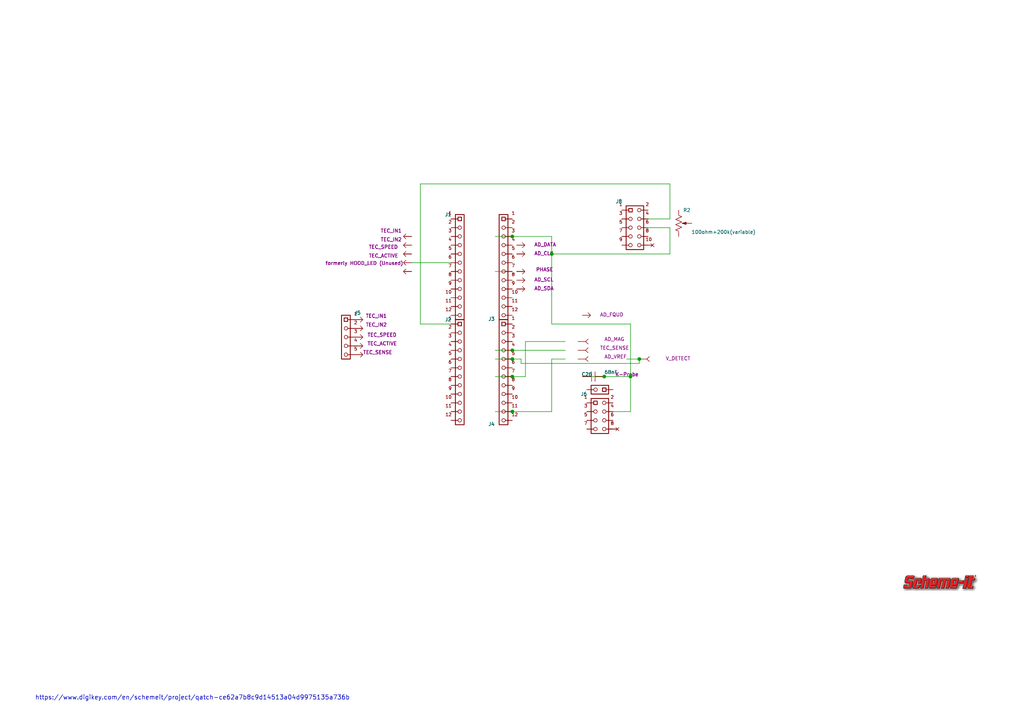
<source format=kicad_sch>
(kicad_sch (version 20231120) (generator "eeschema") (generator_version "8.0")
  (paper "A4")
  (title_block (title "QATCH") (date "2024-04-09") (comment 1 "The H-Bridge circuit is primarily used for motor control.  By switching the pai...") (comment 2 "The H-Bridge circuit is primarily used for motor control.  By switching the pai..."))
  (lib_symbols
    (symbol "Scheme-it-export-QATCH-2024-04-09-15-52:1098_1X2" (pin_numbers hide) (pin_names (offset 1.016) hide)
      (property "Reference" "U" (at -2.54 3.81 0))
      (property "Value" "1098_1X2" (at 0 -3.81 0))
      (symbol "1098_1X2_1_1"
        (pin passive line (at -0.635 -3.81 90) (length 1.905) (name "~") (number "~"))
        (pin passive line (at -0.635 3.81 270) (length 2.032) (name "~") (number "~"))
      )
    )
    (symbol "Scheme-it-export-QATCH-2024-04-09-15-52:1110_2X4" (pin_numbers hide) (pin_names (offset 1.016) hide)
      (property "Reference" "U" (at -2.54 3.81 0))
      (property "Value" "1110_2X4" (at 0 -3.81 0))
      (symbol "1110_2X4_0_0"
        (text "1" (at -3.556 4.953 0) (effects (font (size 0.9144 0.9144)) (justify right bottom)))
        (text "2" (at 3.048 4.953 0) (effects (font (size 0.9144 0.9144)) (justify left bottom)))
        (text "3" (at -3.556 2.413 0) (effects (font (size 0.9144 0.9144)) (justify right bottom)))
        (text "4" (at 3.048 2.413 0) (effects (font (size 0.9144 0.9144)) (justify left bottom)))
        (text "5" (at -3.556 -0.127 0) (effects (font (size 0.9144 0.9144)) (justify right bottom)))
        (text "6" (at 3.048 -0.127 0) (effects (font (size 0.9144 0.9144)) (justify left bottom)))
        (text "7" (at -3.556 -2.667 0) (effects (font (size 0.9144 0.9144)) (justify right bottom)))
        (text "8" (at 3.048 -2.667 0) (effects (font (size 0.9144 0.9144)) (justify left bottom)))
      )
      (symbol "1110_2X4_1_1"
        (pin passive line (at -3.81 3.81 0) (length 2.032) (name "~") (number "1"))
        (pin passive line (at -3.81 1.27 0) (length 2.032) (name "~") (number "2"))
        (pin passive line (at -3.81 -1.27 0) (length 2.032) (name "~") (number "3"))
        (pin passive line (at -3.81 -3.81 0) (length 2.032) (name "~") (number "4"))
        (pin passive line (at 3.81 3.81 180) (length 1.905) (name "~") (number "5"))
        (pin passive line (at 3.81 1.27 180) (length 1.905) (name "~") (number "6"))
        (pin passive line (at 3.81 -1.27 180) (length 1.905) (name "~") (number "7"))
        (pin passive line (at 3.81 -3.81 180) (length 1.905) (name "~") (number "8"))
      )
    )
    (symbol "Scheme-it-export-QATCH-2024-04-09-15-52:1112_1X5" (pin_numbers hide) (pin_names (offset 1.016) hide)
      (property "Reference" "U" (at -2.54 3.81 0))
      (property "Value" "1112_1X5" (at 0 -3.81 0))
      (symbol "1112_1X5_0_0"
        (text "1" (at -2.286 6.223 0) (effects (font (size 0.9144 0.9144)) (justify right bottom)))
        (text "2" (at -2.286 3.683 0) (effects (font (size 0.9144 0.9144)) (justify right bottom)))
        (text "3" (at -2.286 1.143 0) (effects (font (size 0.9144 0.9144)) (justify right bottom)))
        (text "4" (at -2.286 -1.397 0) (effects (font (size 0.9144 0.9144)) (justify right bottom)))
        (text "5" (at -2.286 -3.937 0) (effects (font (size 0.9144 0.9144)) (justify right bottom)))
      )
      (symbol "1112_1X5_1_1"
        (pin passive line (at -2.54 5.08 0) (length 2.032) (name "~") (number "1"))
        (pin passive line (at -2.54 2.54 0) (length 2.032) (name "~") (number "2"))
        (pin passive line (at -2.54 0 0) (length 2.032) (name "~") (number "3"))
        (pin passive line (at -2.54 -2.54 0) (length 2.032) (name "~") (number "4"))
        (pin passive line (at -2.54 -5.08 0) (length 2.032) (name "~") (number "5"))
      )
    )
    (symbol "Scheme-it-export-QATCH-2024-04-09-15-52:1114_2X5" (pin_numbers hide) (pin_names (offset 1.016) hide)
      (property "Reference" "U" (at -2.54 3.81 0))
      (property "Value" "1114_2X5" (at 0 -3.81 0))
      (symbol "1114_2X5_0_0"
        (text "1" (at -3.556 6.223 0) (effects (font (size 0.9144 0.9144)) (justify right bottom)))
        (text "10" (at 3.048 -3.937 0) (effects (font (size 0.9144 0.9144)) (justify left bottom)))
        (text "2" (at 3.048 6.223 0) (effects (font (size 0.9144 0.9144)) (justify left bottom)))
        (text "3" (at -3.556 3.683 0) (effects (font (size 0.9144 0.9144)) (justify right bottom)))
        (text "4" (at 3.048 3.683 0) (effects (font (size 0.9144 0.9144)) (justify left bottom)))
        (text "5" (at -3.556 1.143 0) (effects (font (size 0.9144 0.9144)) (justify right bottom)))
        (text "6" (at 3.048 1.143 0) (effects (font (size 0.9144 0.9144)) (justify left bottom)))
        (text "7" (at -3.556 -1.397 0) (effects (font (size 0.9144 0.9144)) (justify right bottom)))
        (text "8" (at 3.048 -1.397 0) (effects (font (size 0.9144 0.9144)) (justify left bottom)))
        (text "9" (at -3.556 -3.937 0) (effects (font (size 0.9144 0.9144)) (justify right bottom)))
      )
      (symbol "1114_2X5_1_1"
        (pin passive line (at -3.81 5.08 0) (length 2.032) (name "~") (number "1"))
        (pin passive line (at 3.81 -5.08 180) (length 1.905) (name "~") (number "10"))
        (pin passive line (at -3.81 2.54 0) (length 2.032) (name "~") (number "2"))
        (pin passive line (at -3.81 0 0) (length 2.032) (name "~") (number "3"))
        (pin passive line (at -3.81 -2.54 0) (length 2.032) (name "~") (number "4"))
        (pin passive line (at -3.81 -5.08 0) (length 2.032) (name "~") (number "5"))
        (pin passive line (at 3.81 5.08 180) (length 1.905) (name "~") (number "6"))
        (pin passive line (at 3.81 2.54 180) (length 1.905) (name "~") (number "7"))
        (pin passive line (at 3.81 0 180) (length 1.905) (name "~") (number "8"))
        (pin passive line (at 3.81 -2.54 180) (length 1.905) (name "~") (number "9"))
      )
    )
    (symbol "Scheme-it-export-QATCH-2024-04-09-15-52:1176" (pin_numbers hide) (pin_names (offset 1.016) hide)
      (property "Reference" "U" (at -2.54 3.81 0))
      (property "Value" "1176" (at 0 -3.81 0))
      (symbol "1176_1_1"
        (pin passive line (at 0 -3.175 90) (length 2.413) (name "~") (number "~"))
        (pin passive line (at 0 3.175 270) (length 2.54) (name "~") (number "~"))
      )
    )
    (symbol "Scheme-it-export-QATCH-2024-04-09-15-52:1181_VARIABLE" (pin_numbers hide) (pin_names (offset 1.016) hide)
      (property "Reference" "U" (at -2.54 3.81 0))
      (property "Value" "1181_VARIABLE" (at 0 -3.81 0))
      (symbol "1181_VARIABLE_1_1"
        (pin passive line (at -1.27 3.81 270) (length 1.397) (name "~") (number "1"))
        (pin passive line (at -1.27 -3.81 90) (length 1.27) (name "~") (number "2"))
        (pin passive line (at 2.54 0 180) (length 1.778) (name "~") (number "3"))
      )
    )
    (symbol "Scheme-it-export-QATCH-2024-04-09-15-52:1222_PORT_PIN_Right" (power) (pin_numbers hide) (pin_names (offset 1.016) hide)
      (property "Reference" "U" (at -2.54 3.81 0))
      (property "Value" "1222_PORT_PIN_Right" (at 0 -3.81 0))
      (symbol "1222_PORT_PIN_Right_1_1"
        (pin passive line (at 1.27 0 180) (length 2.286) (name "~") (number "~"))
      )
    )
    (symbol "Scheme-it-export-QATCH-2024-04-09-15-52:1223_PORT_OUTPUT_PIN" (power) (pin_numbers hide) (pin_names (offset 1.016) hide)
      (property "Reference" "U" (at -2.54 3.81 0))
      (property "Value" "1223_PORT_OUTPUT_PIN" (at 0 -3.81 0))
      (symbol "1223_PORT_OUTPUT_PIN_1_1"
        (pin passive line (at 1.27 0 180) (length 2.159) (name "~") (number "~"))
      )
    )
    (symbol "Scheme-it-export-QATCH-2024-04-09-15-52:1224_PORT_INPUT_PIN" (power) (pin_numbers hide) (pin_names (offset 1.016) hide)
      (property "Reference" "U" (at -2.54 3.81 0))
      (property "Value" "1224_PORT_INPUT_PIN" (at 0 -3.81 0))
      (symbol "1224_PORT_INPUT_PIN_1_1"
        (pin passive line (at 1.905 0 180) (length 2.159) (name "~") (number "~"))
      )
    )
    (symbol "Scheme-it-export-QATCH-2024-04-09-15-52:1440_1X12" (pin_numbers hide) (pin_names (offset 1.016) hide)
      (property "Reference" "U" (at -2.54 3.81 0))
      (property "Value" "1440_1X12" (at 0 -3.81 0))
      (symbol "1440_1X12_0_0"
        (text "1" (at -2.286 15.748 0) (effects (font (size 0.9144 0.9144)) (justify right bottom)))
        (text "10" (at -2.286 -7.112 0) (effects (font (size 0.9144 0.9144)) (justify right bottom)))
        (text "11" (at -2.286 -9.652 0) (effects (font (size 0.9144 0.9144)) (justify right bottom)))
        (text "12" (at -2.286 -12.192 0) (effects (font (size 0.9144 0.9144)) (justify right bottom)))
        (text "2" (at -2.286 13.208 0) (effects (font (size 0.9144 0.9144)) (justify right bottom)))
        (text "3" (at -2.286 10.668 0) (effects (font (size 0.9144 0.9144)) (justify right bottom)))
        (text "4" (at -2.286 8.128 0) (effects (font (size 0.9144 0.9144)) (justify right bottom)))
        (text "5" (at -2.286 5.588 0) (effects (font (size 0.9144 0.9144)) (justify right bottom)))
        (text "6" (at -2.286 3.048 0) (effects (font (size 0.9144 0.9144)) (justify right bottom)))
        (text "7" (at -2.286 0.508 0) (effects (font (size 0.9144 0.9144)) (justify right bottom)))
        (text "8" (at -2.286 -2.032 0) (effects (font (size 0.9144 0.9144)) (justify right bottom)))
        (text "9" (at -2.286 -4.572 0) (effects (font (size 0.9144 0.9144)) (justify right bottom)))
      )
      (symbol "1440_1X12_1_1"
        (pin passive line (at -2.54 14.605 0) (length 2.032) (name "~") (number "1"))
        (pin passive line (at -2.54 -8.255 0) (length 2.032) (name "~") (number "10"))
        (pin passive line (at -2.54 -10.795 0) (length 2.032) (name "~") (number "11"))
        (pin passive line (at -2.54 -13.335 0) (length 2.032) (name "~") (number "12"))
        (pin passive line (at -2.54 12.065 0) (length 2.032) (name "~") (number "2"))
        (pin passive line (at -2.54 9.525 0) (length 2.032) (name "~") (number "3"))
        (pin passive line (at -2.54 6.985 0) (length 2.032) (name "~") (number "4"))
        (pin passive line (at -2.54 4.445 0) (length 2.032) (name "~") (number "5"))
        (pin passive line (at -2.54 1.905 0) (length 2.032) (name "~") (number "6"))
        (pin passive line (at -2.54 -0.635 0) (length 2.032) (name "~") (number "7"))
        (pin passive line (at -2.54 -5.715 0) (length 2.032) (name "~") (number "8"))
        (pin passive line (at -2.54 -3.175 0) (length 2.032) (name "~") (number "9"))
      )
    )
    (symbol "Scheme-it-export-QATCH-2024-04-09-15-52:Noconnect_No_Connect_No_Connect" (power) (pin_numbers hide) (pin_names (offset 1.016) hide)
      (property "Reference" "U" (at -2.54 3.81 0))
      (property "Value" "Noconnect_No_Connect_No_Connect" (at 0 -3.81 0))
    )
  )
  (junction (at 182.88 109.22))
  (junction (at 175.26 109.22))
  (junction (at 160.02 73.66))
  (junction (at 148.59 119.38))
  (junction (at 148.59 101.6))
  (junction (at 185.42 104.14))
  (junction (at 148.59 104.14))
  (junction (at 148.59 109.22))
  (junction (at 148.59 68.58))
  (wire (pts (xy 160.02 104.14) (xy 163.957 104.14)))
  (wire (pts (xy 182.88 93.98) (xy 182.88 109.22)))
  (wire (pts (xy 169.037 109.22) (xy 175.26 109.22)))
  (wire (pts (xy 194.31 63.5) (xy 194.31 53.34)))
  (wire (pts (xy 194.31 53.34) (xy 121.92 53.34)))
  (wire (pts (xy 148.59 119.38) (xy 160.02 119.38)))
  (wire (pts (xy 185.42 104.14) (xy 181.737 104.14)))
  (wire (pts (xy 160.02 73.66) (xy 160.02 93.98)))
  (wire (pts (xy 143.637 104.14) (xy 148.59 104.14)))
  (wire (pts (xy 187.96 66.04) (xy 194.31 66.04)))
  (wire (pts (xy 121.92 93.98) (xy 130.81 93.98)))
  (wire (pts (xy 143.637 109.22) (xy 148.59 109.22)))
  (wire (pts (xy 194.31 73.66) (xy 160.02 73.66)))
  (wire (pts (xy 182.88 109.22) (xy 182.88 119.38)))
  (wire (pts (xy 175.26 109.22) (xy 182.88 109.22)))
  (wire (pts (xy 119.38 76.2) (xy 130.81 76.2)))
  (wire (pts (xy 147.447 78.74) (xy 143.637 78.74)))
  (wire (pts (xy 185.42 105.41) (xy 185.42 104.14)))
  (wire (pts (xy 143.637 68.58) (xy 148.59 68.58)))
  (wire (pts (xy 148.59 109.22) (xy 152.4 109.22)))
  (wire (pts (xy 152.4 99.06) (xy 163.957 99.06)))
  (wire (pts (xy 148.59 104.14) (xy 151.13 104.14)))
  (wire (pts (xy 148.59 101.6) (xy 163.957 101.6)))
  (wire (pts (xy 151.13 104.14) (xy 151.13 105.41)))
  (wire (pts (xy 187.96 63.5) (xy 194.31 63.5)))
  (wire (pts (xy 152.4 109.22) (xy 152.4 99.06)))
  (wire (pts (xy 160.02 68.58) (xy 160.02 73.66)))
  (wire (pts (xy 160.02 93.98) (xy 182.88 93.98)))
  (wire (pts (xy 143.637 101.6) (xy 148.59 101.6)))
  (wire (pts (xy 143.637 119.38) (xy 148.59 119.38)))
  (wire (pts (xy 151.13 105.41) (xy 185.42 105.41)))
  (wire (pts (xy 182.88 119.38) (xy 177.8 119.38)))
  (wire (pts (xy 160.02 119.38) (xy 160.02 104.14)))
  (wire (pts (xy 194.31 66.04) (xy 194.31 73.66)))
  (wire (pts (xy 148.59 68.58) (xy 160.02 68.58)))
  (wire (pts (xy 121.92 53.34) (xy 121.92 93.98)))
  (image (at 272.7452 168.91) (scale 1.5))
  (text "" (at 97.79 86.36 0) (effects (font (size 1.27 1.27)) (justify left bottom)))
  (text "" (at 196.85 68.58 0) (effects (font (size 1.27 1.27)) (justify left bottom)))
  (text "" (at 195.58 57.15 0) (effects (font (size 1.27 1.27)) (justify left bottom)))
  (text "" (at 179.07 81.28 0) (effects (font (size 1.27 1.27)) (justify left bottom)))
  (text "" (at 96.52 106.68 0) (effects (font (size 1.27 1.27)) (justify left bottom)))
  (text "" (at 184.15 107.95 0) (effects (font (size 1.27 1.27)) (justify left bottom)))
  (text "" (at 168.91 125.73 0) (effects (font (size 1.27 1.27)) (justify left bottom)))
  (text "https://www.digikey.com/en/schemeit/project/qatch-ce62a7b8c9d14513a04d9975135a736b" (at 10.16 203.2 0) (effects (font (size 1.27 1.27)) (justify left bottom)))
  (text "" (at 134.62 124.46 0) (effects (font (size 1.27 1.27)) (justify left bottom)))
  (text "" (at 179.07 85.09 0) (effects (font (size 1.27 1.27)) (justify left bottom)))
  (symbol (lib_id "Scheme-it-export-QATCH-2024-04-09-15-52:1440_1X12") (at 133.35 78.105 0) (unit 1)
    (property "Reference" "J1" (at 129.032 62.23 0) (effects (font (size 1.016 1.016)) (justify left)))
    (property "Name" "1X12" (effects (hide yes)))
    (property "Manufacturer" "-" (effects (hide yes)))
  )
  (symbol (lib_id "Scheme-it-export-QATCH-2024-04-09-15-52:1440_1X12") (at 133.35 108.585 0) (unit 1)
    (property "Reference" "J2" (at 129.032 92.71 0) (effects (font (size 1.016 1.016)) (justify left)))
    (property "Name" "1X12" (effects (hide yes)))
    (property "Manufacturer" "-" (effects (hide yes)))
  )
  (symbol (lib_id "Scheme-it-export-QATCH-2024-04-09-15-52:1440_1X12") (at 146.05 78.105 0) (mirror y) (unit 1)
    (property "Reference" "J3" (at 141.605 91.948 0) (effects (font (size 1.016 1.016)) (justify right top)))
    (property "Name" "1X12" (effects (hide yes)))
    (property "Manufacturer" "-" (effects (hide yes)))
  )
  (symbol (lib_id "Scheme-it-export-QATCH-2024-04-09-15-52:1440_1X12") (at 146.05 108.585 0) (mirror y) (unit 1)
    (property "Reference" "J4" (at 141.605 122.428 0) (effects (font (size 1.016 1.016)) (justify right top)))
    (property "Name" "1X12" (effects (hide yes)))
    (property "Manufacturer" "-" (effects (hide yes)))
  )
  (symbol (lib_id "Scheme-it-export-QATCH-2024-04-09-15-52:1181_VARIABLE") (at 198.12 64.77 0) (unit 1)
    (property "Reference" "R2" (at 198.12 60.96 0) (effects (font (size 1.016 1.016)) (justify left)))
    (property "Value" "100ohm+200k(variable)" (at 200.533 67.31 0) (effects (font (size 1.016 1.016)) (justify left)))
    (property "Name" "VARIABLE" (effects (hide yes)))
    (property "Manufacturer" "-" (effects (hide yes)))
  )
  (symbol (lib_id "Scheme-it-export-QATCH-2024-04-09-15-52:1110_2X4") (at 173.99 120.65 0) (unit 1)
    (property "Reference" "J6" (at 168.402 114.3 0) (effects (font (size 1.016 1.016)) (justify left)))
    (property "Name" "2X4" (effects (hide yes)))
    (property "Manufacturer" "-" (effects (hide yes)))
  )
  (symbol (lib_id "Scheme-it-export-QATCH-2024-04-09-15-52:Noconnect_No_Connect_No_Connect") (at 179.07 124.46 0) (unit 1)
    (property "Reference" "NC1" (effects (hide yes)))
    (property "Value" "No Connect_No_Connect" (effects (hide yes)))
    (property "Name" "No Connect" (effects (hide yes)))
    (property "Manufacturer" "-" (effects (hide yes)))
  )
  (symbol (lib_id "Scheme-it-export-QATCH-2024-04-09-15-52:1222_PORT_PIN_Right") (at 177.8 124.46 0) (unit 1)
    (property "Reference" "PORT6" (effects (hide yes)))
    (property "Value" "PORT_PIN_Right" (effects (hide yes)))
    (property "Name" "PORT" (effects (hide yes)))
    (property "Manufacturer" "-" (effects (hide yes)))
  )
  (symbol (lib_name "Scheme-it-export-QATCH-2024-04-09-15-52:1098_1X2") (lib_id "Scheme-it-export-QATCH-2024-04-09-15-52:1098_1X2") (at 173.99 113.665 270) (unit 1)
    (property "Reference" "J7" (effects (hide yes)))
    (property "Name" "1X2" (effects (hide yes)))
    (property "Manufacturer" "-" (effects (hide yes)))
    (property "Manufacturer Part Number" "K-Probe" (at 178.435 108.585 90) (effects (font (size 1.016 1.016)) (justify left)))
  )
  (symbol (lib_id "Scheme-it-export-QATCH-2024-04-09-15-52:1114_2X5") (at 184.15 66.04 0) (unit 1)
    (property "Reference" "J8" (at 178.562 58.42 0) (effects (font (size 1.016 1.016)) (justify left)))
    (property "Name" "2X5" (effects (hide yes)))
    (property "Manufacturer" "-" (effects (hide yes)))
  )
  (symbol (lib_id "Scheme-it-export-QATCH-2024-04-09-15-52:Noconnect_No_Connect_No_Connect") (at 189.23 71.12 0) (unit 1)
    (property "Reference" "NC2" (effects (hide yes)))
    (property "Value" "No Connect_No_Connect" (effects (hide yes)))
    (property "Name" "No Connect" (effects (hide yes)))
    (property "Manufacturer" "-" (effects (hide yes)))
  )
  (symbol (lib_id "Scheme-it-export-QATCH-2024-04-09-15-52:1222_PORT_PIN_Right") (at 187.96 71.12 0) (unit 1)
    (property "Reference" "PORT7" (effects (hide yes)))
    (property "Value" "PORT_PIN_Right" (effects (hide yes)))
    (property "Name" "PORT" (effects (hide yes)))
    (property "Manufacturer" "-" (effects (hide yes)))
  )
  (symbol (lib_id "Scheme-it-export-QATCH-2024-04-09-15-52:1223_PORT_OUTPUT_PIN") (at 118.11 73.66 0) (unit 1)
    (property "Reference" "PORT11" (effects (hide yes)))
    (property "Value" "TEENSY_PIN40" (effects (hide yes)))
    (property "Name" "TEC_SPEED" (at 106.934 71.628 0) (effects (font (size 1.016 1.016)) (justify left)))
    (property "Manufacturer" "-" (effects (hide yes)))
  )
  (symbol (lib_id "Scheme-it-export-QATCH-2024-04-09-15-52:1223_PORT_OUTPUT_PIN") (at 118.11 68.58 0) (unit 1)
    (property "Reference" "PORT12" (effects (hide yes)))
    (property "Value" "TEENSY_PIN40" (effects (hide yes)))
    (property "Name" "TEC_IN1" (at 110.363 66.929 0) (effects (font (size 1.016 1.016)) (justify left)))
    (property "Manufacturer" "-" (effects (hide yes)))
  )
  (symbol (lib_id "Scheme-it-export-QATCH-2024-04-09-15-52:1223_PORT_OUTPUT_PIN") (at 118.11 71.12 0) (unit 1)
    (property "Reference" "PORT13" (effects (hide yes)))
    (property "Value" "TEENSY_PIN40" (effects (hide yes)))
    (property "Name" "TEC_IN2" (at 110.363 69.469 0) (effects (font (size 1.016 1.016)) (justify left)))
    (property "Manufacturer" "-" (effects (hide yes)))
  )
  (symbol (lib_id "Scheme-it-export-QATCH-2024-04-09-15-52:1223_PORT_OUTPUT_PIN") (at 118.11 78.74 0) (unit 1)
    (property "Reference" "PORT14" (effects (hide yes)))
    (property "Value" "TEENSY_PIN40" (effects (hide yes)))
    (property "Name" "formerly HOOD_LED (Unused)" (at 94.361 76.327 0) (effects (font (size 1.016 1.016)) (justify left)))
    (property "Manufacturer" "-" (effects (hide yes)))
  )
  (symbol (lib_id "Scheme-it-export-QATCH-2024-04-09-15-52:1223_PORT_OUTPUT_PIN") (at 151.13 73.66 0) (mirror y) (unit 1)
    (property "Reference" "PORT15" (effects (hide yes)))
    (property "Value" "TEENSY_PIN40" (effects (hide yes)))
    (property "Name" "AD_CLK" (at 154.94 72.898 0) (effects (font (size 1.016 1.016)) (justify right top)))
    (property "Manufacturer" "-" (effects (hide yes)))
  )
  (symbol (lib_id "Scheme-it-export-QATCH-2024-04-09-15-52:1223_PORT_OUTPUT_PIN") (at 151.13 71.12 0) (mirror y) (unit 1)
    (property "Reference" "PORT16" (effects (hide yes)))
    (property "Value" "TEENSY_PIN40" (effects (hide yes)))
    (property "Name" "AD_DATA" (at 154.94 70.358 0) (effects (font (size 1.016 1.016)) (justify right top)))
    (property "Manufacturer" "-" (effects (hide yes)))
  )
  (symbol (lib_id "Scheme-it-export-QATCH-2024-04-09-15-52:1223_PORT_OUTPUT_PIN") (at 151.13 81.28 0) (mirror y) (unit 1)
    (property "Reference" "PORT17" (effects (hide yes)))
    (property "Value" "TEENSY_PIN40" (effects (hide yes)))
    (property "Name" "AD_SCL" (at 154.94 80.518 0) (effects (font (size 1.016 1.016)) (justify right top)))
    (property "Manufacturer" "-" (effects (hide yes)))
  )
  (symbol (lib_id "Scheme-it-export-QATCH-2024-04-09-15-52:1223_PORT_OUTPUT_PIN") (at 151.13 83.82 0) (mirror y) (unit 1)
    (property "Reference" "PORT18" (effects (hide yes)))
    (property "Value" "TEENSY_PIN40" (effects (hide yes)))
    (property "Name" "AD_SDA" (at 154.94 83.058 0) (effects (font (size 1.016 1.016)) (justify right top)))
    (property "Manufacturer" "-" (effects (hide yes)))
  )
  (symbol (lib_id "Scheme-it-export-QATCH-2024-04-09-15-52:1223_PORT_OUTPUT_PIN") (at 170.18 91.44 0) (mirror y) (unit 1)
    (property "Reference" "PORT19" (effects (hide yes)))
    (property "Value" "TEENSY_PIN40" (effects (hide yes)))
    (property "Name" "AD_FQUD" (at 173.99 90.678 0) (effects (font (size 1.016 1.016)) (justify right top)))
    (property "Manufacturer" "-" (effects (hide yes)))
  )
  (symbol (lib_id "Scheme-it-export-QATCH-2024-04-09-15-52:1224_PORT_INPUT_PIN") (at 169.545 99.06 0) (mirror y) (unit 1)
    (property "Reference" "PORT20" (effects (hide yes)))
    (property "Value" "PORT_INPUT_PIN" (effects (hide yes)))
    (property "Name" "AD_MAG" (at 175.26 97.79 0) (effects (font (size 1.016 1.016)) (justify right top)))
    (property "Manufacturer" "-" (effects (hide yes)))
  )
  (symbol (lib_id "Scheme-it-export-QATCH-2024-04-09-15-52:1224_PORT_INPUT_PIN") (at 169.545 104.14 0) (mirror y) (unit 1)
    (property "Reference" "PORT21" (effects (hide yes)))
    (property "Value" "PORT_INPUT_PIN" (effects (hide yes)))
    (property "Name" "AD_VREF" (at 175.26 102.87 0) (effects (font (size 1.016 1.016)) (justify right top)))
    (property "Manufacturer" "-" (effects (hide yes)))
  )
  (symbol (lib_id "Scheme-it-export-QATCH-2024-04-09-15-52:1223_PORT_OUTPUT_PIN") (at 118.11 76.2 0) (unit 1)
    (property "Reference" "PORT25" (effects (hide yes)))
    (property "Value" "TEENSY_PIN40" (effects (hide yes)))
    (property "Name" "TEC_ACTIVE" (at 106.934 74.168 0) (effects (font (size 1.016 1.016)) (justify left)))
    (property "Manufacturer" "-" (effects (hide yes)))
  )
  (symbol (lib_id "Scheme-it-export-QATCH-2024-04-09-15-52:1224_PORT_INPUT_PIN") (at 169.545 101.6 0) (mirror y) (unit 1)
    (property "Reference" "PORT26" (effects (hide yes)))
    (property "Value" "PORT_INPUT_PIN" (effects (hide yes)))
    (property "Name" "TEC_SENSE" (at 173.99 100.33 0) (effects (font (size 1.016 1.016)) (justify right top)))
    (property "Manufacturer" "-" (effects (hide yes)))
  )
  (symbol (lib_id "Scheme-it-export-QATCH-2024-04-09-15-52:1223_PORT_OUTPUT_PIN") (at 151.13 78.74 0) (mirror y) (unit 1)
    (property "Reference" "PORT27" (effects (hide yes)))
    (property "Value" "TEENSY_PIN40" (effects (hide yes)))
    (property "Name" "PHASE" (at 155.448 77.597 0) (effects (font (size 1.016 1.016)) (justify right top)))
    (property "Manufacturer" "-" (effects (hide yes)))
  )
  (symbol (lib_id "Scheme-it-export-QATCH-2024-04-09-15-52:1112_1X5") (at 100.33 97.79 0) (mirror y) (unit 1)
    (property "Reference" "J5" (at 102.743 90.17 0) (effects (font (size 1.016 1.016)) (justify right top)))
    (property "Name" "1X5" (effects (hide yes)))
    (property "Manufacturer" "-" (effects (hide yes)))
  )
  (symbol (lib_id "Scheme-it-export-QATCH-2024-04-09-15-52:1223_PORT_OUTPUT_PIN") (at 104.14 97.79 0) (mirror y) (unit 1)
    (property "Reference" "PORT28" (effects (hide yes)))
    (property "Value" "TEENSY_PIN40" (effects (hide yes)))
    (property "Name" "TEC_SPEED" (at 106.553 96.5454 0) (effects (font (size 1.016 1.016)) (justify right top)))
    (property "Manufacturer" "-" (effects (hide yes)))
  )
  (symbol (lib_id "Scheme-it-export-QATCH-2024-04-09-15-52:1223_PORT_OUTPUT_PIN") (at 104.14 92.71 0) (mirror y) (unit 1)
    (property "Reference" "PORT28" (effects (hide yes)))
    (property "Value" "TEENSY_PIN40" (effects (hide yes)))
    (property "Name" "TEC_IN1" (at 106.045 91.059 0) (effects (font (size 1.016 1.016)) (justify right top)))
    (property "Manufacturer" "-" (effects (hide yes)))
  )
  (symbol (lib_id "Scheme-it-export-QATCH-2024-04-09-15-52:1223_PORT_OUTPUT_PIN") (at 104.14 95.25 0) (mirror y) (unit 1)
    (property "Reference" "PORT28" (effects (hide yes)))
    (property "Value" "TEENSY_PIN40" (effects (hide yes)))
    (property "Name" "TEC_IN2" (at 106.045 93.599 0) (effects (font (size 1.016 1.016)) (justify right top)))
    (property "Manufacturer" "-" (effects (hide yes)))
  )
  (symbol (lib_id "Scheme-it-export-QATCH-2024-04-09-15-52:1223_PORT_OUTPUT_PIN") (at 104.14 100.33 0) (mirror y) (unit 1)
    (property "Reference" "PORT28" (effects (hide yes)))
    (property "Value" "TEENSY_PIN40" (effects (hide yes)))
    (property "Name" "TEC_ACTIVE" (at 106.553 99.06 0) (effects (font (size 1.016 1.016)) (justify right top)))
    (property "Manufacturer" "-" (effects (hide yes)))
  )
  (symbol (lib_id "Scheme-it-export-QATCH-2024-04-09-15-52:1223_PORT_OUTPUT_PIN") (at 104.14 102.87 0) (mirror y) (unit 1)
    (property "Reference" "PORT29" (effects (hide yes)))
    (property "Value" "TEENSY_PIN40" (effects (hide yes)))
    (property "Name" "TEC_SENSE" (at 105.283 101.6 0) (effects (font (size 1.016 1.016)) (justify right top)))
    (property "Manufacturer" "-" (effects (hide yes)))
  )
  (symbol (lib_name "Scheme-it-export-QATCH-2024-04-09-15-52:1176") (lib_id "Scheme-it-export-QATCH-2024-04-09-15-52:1176") (at 172.085 109.22 270) (unit 1)
    (property "Reference" "C26" (at 168.656 108.585 90) (effects (font (size 1.016 1.016)) (justify left)))
    (property "Value" "68nF" (at 175.26 107.95 90) (effects (font (size 1.016 1.016)) (justify left)))
    (property "Name" "NON POLARIZED" (effects (hide yes)))
    (property "Manufacturer" "-" (effects (hide yes)))
  )
  (symbol (lib_id "Scheme-it-export-QATCH-2024-04-09-15-52:1224_PORT_INPUT_PIN") (at 187.325 104.14 0) (mirror y) (unit 1)
    (property "Reference" "PORT31" (effects (hide yes)))
    (property "Value" "PORT_INPUT_PIN" (effects (hide yes)))
    (property "Name" "V_DETECT" (at 193.04 103.378 0) (effects (font (size 1.016 1.016)) (justify right top)))
    (property "Manufacturer" "-" (effects (hide yes)))
  )
)
</source>
